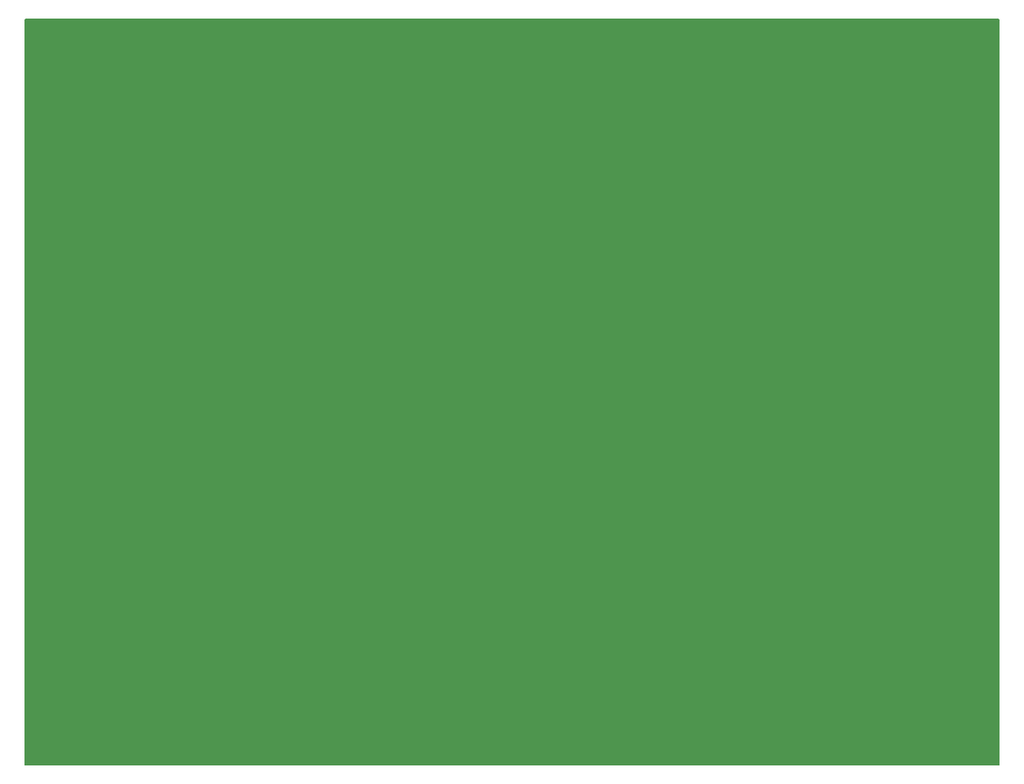
<source format=gbr>
%TF.GenerationSoftware,KiCad,Pcbnew,(6.0.6)*%
%TF.CreationDate,2022-11-10T09:08:44+01:00*%
%TF.ProjectId,LFO,4c464f2e-6b69-4636-9164-5f7063625858,rev?*%
%TF.SameCoordinates,Original*%
%TF.FileFunction,Profile,NP*%
%FSLAX46Y46*%
G04 Gerber Fmt 4.6, Leading zero omitted, Abs format (unit mm)*
G04 Created by KiCad (PCBNEW (6.0.6)) date 2022-11-10 09:08:44*
%MOMM*%
%LPD*%
G01*
G04 APERTURE LIST*
G04 APERTURE END LIST*
G36*
X166312121Y-74315002D02*
G01*
X166358614Y-74368658D01*
X166370000Y-74421000D01*
X166370000Y-149099000D01*
X166349998Y-149167121D01*
X166296342Y-149213614D01*
X166244000Y-149225000D01*
X68706000Y-149225000D01*
X68637879Y-149204998D01*
X68591386Y-149151342D01*
X68580000Y-149099000D01*
X68580000Y-74421000D01*
X68600002Y-74352879D01*
X68653658Y-74306386D01*
X68706000Y-74295000D01*
X166244000Y-74295000D01*
X166312121Y-74315002D01*
G37*
M02*

</source>
